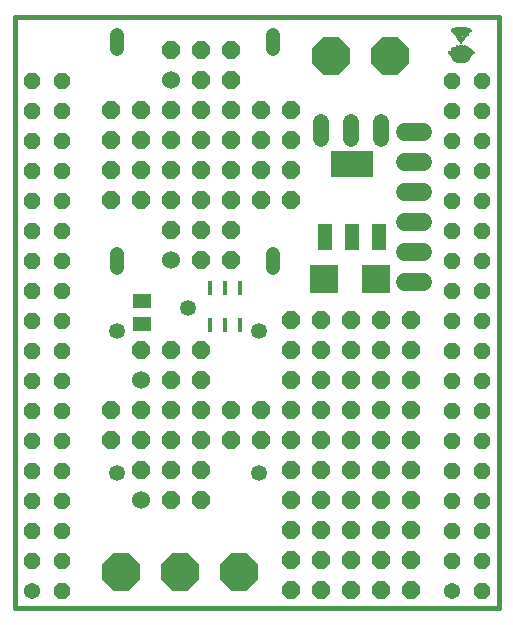
<source format=gbs>
G75*
%MOIN*%
%OFA0B0*%
%FSLAX24Y24*%
%IPPOS*%
%LPD*%
%AMOC8*
5,1,8,0,0,1.08239X$1,22.5*
%
%ADD10C,0.0160*%
%ADD11C,0.0540*%
%ADD12OC8,0.0540*%
%ADD13R,0.0312X0.0004*%
%ADD14R,0.0344X0.0004*%
%ADD15R,0.0368X0.0004*%
%ADD16R,0.0392X0.0004*%
%ADD17R,0.0408X0.0004*%
%ADD18R,0.0424X0.0004*%
%ADD19R,0.0432X0.0004*%
%ADD20R,0.0448X0.0004*%
%ADD21R,0.0456X0.0004*%
%ADD22R,0.0472X0.0004*%
%ADD23R,0.0480X0.0004*%
%ADD24R,0.0488X0.0004*%
%ADD25R,0.0496X0.0004*%
%ADD26R,0.0504X0.0004*%
%ADD27R,0.0512X0.0004*%
%ADD28R,0.0520X0.0004*%
%ADD29R,0.0528X0.0004*%
%ADD30R,0.0536X0.0004*%
%ADD31R,0.0536X0.0004*%
%ADD32R,0.0544X0.0004*%
%ADD33R,0.0552X0.0004*%
%ADD34R,0.0560X0.0004*%
%ADD35R,0.0560X0.0004*%
%ADD36R,0.0568X0.0004*%
%ADD37R,0.0576X0.0004*%
%ADD38R,0.0584X0.0004*%
%ADD39R,0.0592X0.0004*%
%ADD40R,0.0592X0.0004*%
%ADD41R,0.0600X0.0004*%
%ADD42R,0.0608X0.0004*%
%ADD43R,0.0608X0.0004*%
%ADD44R,0.0616X0.0004*%
%ADD45R,0.0624X0.0004*%
%ADD46R,0.0632X0.0004*%
%ADD47R,0.0632X0.0004*%
%ADD48R,0.0640X0.0004*%
%ADD49R,0.0648X0.0004*%
%ADD50R,0.0648X0.0004*%
%ADD51R,0.0656X0.0004*%
%ADD52R,0.0664X0.0004*%
%ADD53R,0.0664X0.0004*%
%ADD54R,0.0672X0.0004*%
%ADD55R,0.0680X0.0004*%
%ADD56R,0.0680X0.0004*%
%ADD57R,0.0688X0.0004*%
%ADD58R,0.0696X0.0004*%
%ADD59R,0.0700X0.0004*%
%ADD60R,0.0708X0.0004*%
%ADD61R,0.0716X0.0004*%
%ADD62R,0.0720X0.0004*%
%ADD63R,0.0720X0.0004*%
%ADD64R,0.0724X0.0004*%
%ADD65R,0.0808X0.0004*%
%ADD66R,0.0824X0.0004*%
%ADD67R,0.0832X0.0004*%
%ADD68R,0.0840X0.0004*%
%ADD69R,0.0848X0.0004*%
%ADD70R,0.0856X0.0004*%
%ADD71R,0.0860X0.0004*%
%ADD72R,0.0864X0.0004*%
%ADD73R,0.0864X0.0004*%
%ADD74R,0.0868X0.0004*%
%ADD75R,0.0872X0.0004*%
%ADD76R,0.0872X0.0004*%
%ADD77R,0.0860X0.0004*%
%ADD78R,0.0832X0.0004*%
%ADD79R,0.0824X0.0004*%
%ADD80R,0.0708X0.0004*%
%ADD81R,0.0712X0.0004*%
%ADD82R,0.0712X0.0004*%
%ADD83R,0.0700X0.0004*%
%ADD84R,0.0696X0.0004*%
%ADD85R,0.0692X0.0004*%
%ADD86R,0.0668X0.0004*%
%ADD87R,0.0660X0.0004*%
%ADD88R,0.0452X0.0004*%
%ADD89R,0.0188X0.0004*%
%ADD90R,0.0448X0.0004*%
%ADD91R,0.0440X0.0004*%
%ADD92R,0.0184X0.0004*%
%ADD93R,0.0432X0.0004*%
%ADD94R,0.0184X0.0004*%
%ADD95R,0.0424X0.0004*%
%ADD96R,0.0412X0.0004*%
%ADD97R,0.0128X0.0004*%
%ADD98R,0.0044X0.0004*%
%ADD99R,0.0400X0.0004*%
%ADD100R,0.0008X0.0004*%
%ADD101R,0.0388X0.0004*%
%ADD102R,0.0132X0.0004*%
%ADD103R,0.0360X0.0004*%
%ADD104R,0.0136X0.0004*%
%ADD105R,0.0340X0.0004*%
%ADD106R,0.0140X0.0004*%
%ADD107R,0.0328X0.0004*%
%ADD108R,0.0144X0.0004*%
%ADD109R,0.0324X0.0004*%
%ADD110R,0.0148X0.0004*%
%ADD111R,0.0320X0.0004*%
%ADD112R,0.0156X0.0004*%
%ADD113R,0.0316X0.0004*%
%ADD114R,0.0176X0.0004*%
%ADD115R,0.0080X0.0004*%
%ADD116R,0.0052X0.0004*%
%ADD117R,0.0380X0.0004*%
%ADD118R,0.0372X0.0004*%
%ADD119R,0.0356X0.0004*%
%ADD120R,0.0004X0.0004*%
%ADD121R,0.0308X0.0004*%
%ADD122R,0.0060X0.0004*%
%ADD123R,0.0240X0.0004*%
%ADD124R,0.0232X0.0004*%
%ADD125R,0.0044X0.0004*%
%ADD126R,0.0164X0.0004*%
%ADD127R,0.0056X0.0004*%
%ADD128R,0.0036X0.0004*%
%ADD129R,0.0156X0.0004*%
%ADD130R,0.0048X0.0004*%
%ADD131R,0.0024X0.0004*%
%ADD132R,0.0036X0.0004*%
%ADD133R,0.0016X0.0004*%
%ADD134R,0.0028X0.0004*%
%ADD135R,0.0012X0.0004*%
%ADD136R,0.0124X0.0004*%
%ADD137R,0.0108X0.0004*%
%ADD138R,0.0008X0.0004*%
%ADD139R,0.0092X0.0004*%
%ADD140R,0.0068X0.0004*%
%ADD141R,0.0008X0.0004*%
%ADD142R,0.0016X0.0004*%
%ADD143R,0.0024X0.0004*%
%ADD144R,0.0032X0.0004*%
%ADD145R,0.0032X0.0004*%
%ADD146R,0.0040X0.0004*%
%ADD147R,0.0056X0.0004*%
%ADD148R,0.0064X0.0004*%
%ADD149R,0.0072X0.0004*%
%ADD150R,0.0088X0.0004*%
%ADD151R,0.0096X0.0004*%
%ADD152R,0.0104X0.0004*%
%ADD153R,0.0112X0.0004*%
%ADD154R,0.0120X0.0004*%
%ADD155R,0.0124X0.0004*%
%ADD156R,0.0128X0.0004*%
%ADD157R,0.0144X0.0004*%
%ADD158R,0.0152X0.0004*%
%ADD159R,0.0152X0.0004*%
%ADD160R,0.0160X0.0004*%
%ADD161R,0.0168X0.0004*%
%ADD162R,0.0176X0.0004*%
%ADD163R,0.0184X0.0004*%
%ADD164R,0.0192X0.0004*%
%ADD165R,0.0200X0.0004*%
%ADD166R,0.0208X0.0004*%
%ADD167R,0.0216X0.0004*%
%ADD168R,0.0216X0.0004*%
%ADD169R,0.0224X0.0004*%
%ADD170R,0.0232X0.0004*%
%ADD171R,0.0240X0.0004*%
%ADD172R,0.0248X0.0004*%
%ADD173R,0.0256X0.0004*%
%ADD174R,0.0264X0.0004*%
%ADD175R,0.0272X0.0004*%
%ADD176R,0.0280X0.0004*%
%ADD177R,0.0288X0.0004*%
%ADD178R,0.0296X0.0004*%
%ADD179R,0.0304X0.0004*%
%ADD180R,0.0320X0.0004*%
%ADD181R,0.0328X0.0004*%
%ADD182R,0.0336X0.0004*%
%ADD183R,0.0336X0.0004*%
%ADD184R,0.0200X0.0004*%
%ADD185R,0.0128X0.0004*%
%ADD186R,0.0204X0.0004*%
%ADD187R,0.0216X0.0004*%
%ADD188R,0.0228X0.0004*%
%ADD189R,0.0416X0.0004*%
%ADD190R,0.0424X0.0004*%
%ADD191R,0.0428X0.0004*%
%ADD192R,0.0304X0.0004*%
%ADD193R,0.0180X0.0004*%
%ADD194R,0.0112X0.0004*%
%ADD195R,0.0176X0.0004*%
%ADD196R,0.0112X0.0004*%
%ADD197R,0.0132X0.0004*%
%ADD198R,0.0116X0.0004*%
%ADD199R,0.0332X0.0004*%
%ADD200R,0.0336X0.0004*%
%ADD201R,0.0480X0.0004*%
%ADD202R,0.0496X0.0004*%
%ADD203R,0.0512X0.0004*%
%ADD204R,0.0544X0.0004*%
%ADD205R,0.0208X0.0004*%
%ADD206R,0.0356X0.0004*%
%ADD207R,0.0208X0.0004*%
%ADD208R,0.0364X0.0004*%
%ADD209R,0.0212X0.0004*%
%ADD210R,0.0368X0.0004*%
%ADD211R,0.0220X0.0004*%
%ADD212R,0.0600X0.0004*%
%ADD213R,0.0356X0.0004*%
%ADD214R,0.0228X0.0004*%
%ADD215R,0.0236X0.0004*%
%ADD216R,0.0360X0.0004*%
%ADD217R,0.0368X0.0004*%
%ADD218R,0.0244X0.0004*%
%ADD219R,0.0252X0.0004*%
%ADD220R,0.0376X0.0004*%
%ADD221R,0.0672X0.0004*%
%ADD222R,0.0624X0.0004*%
%ADD223R,0.0596X0.0004*%
%ADD224R,0.0552X0.0004*%
%ADD225R,0.0456X0.0004*%
%ADD226R,0.0384X0.0004*%
%ADD227R,0.0352X0.0004*%
%ADD228R,0.0188X0.0004*%
%ADD229R,0.0108X0.0004*%
%ADD230OC8,0.1250*%
%ADD231C,0.0472*%
%ADD232C,0.0540*%
%ADD233C,0.0531*%
%ADD234R,0.0480X0.0880*%
%ADD235R,0.1417X0.0866*%
%ADD236OC8,0.0600*%
%ADD237C,0.0600*%
%ADD238R,0.0160X0.0480*%
%ADD239R,0.0591X0.0512*%
%ADD240R,0.0945X0.0945*%
%ADD241C,0.0600*%
D10*
X002057Y000848D02*
X018199Y000848D01*
X018199Y020533D01*
X002057Y020533D01*
X002057Y000848D01*
D11*
X002628Y001403D03*
X016628Y001403D03*
D12*
X016628Y002403D03*
X016628Y003403D03*
X016628Y004403D03*
X016628Y005403D03*
X016628Y006403D03*
X016628Y007403D03*
X016628Y008403D03*
X016628Y009403D03*
X016628Y010403D03*
X016628Y011403D03*
X016628Y012403D03*
X016628Y013403D03*
X016628Y014403D03*
X016628Y015403D03*
X016628Y016403D03*
X016628Y017403D03*
X016628Y018403D03*
X017628Y018403D03*
X017628Y017403D03*
X017628Y016403D03*
X017628Y015403D03*
X017628Y014403D03*
X017628Y013403D03*
X017628Y012403D03*
X017628Y011403D03*
X017628Y010403D03*
X017628Y009403D03*
X017628Y008403D03*
X017628Y007403D03*
X017628Y006403D03*
X017628Y005403D03*
X017628Y004403D03*
X017628Y003403D03*
X017628Y002403D03*
X017628Y001403D03*
X003628Y001403D03*
X003628Y002403D03*
X003628Y003403D03*
X003628Y004403D03*
X003628Y005403D03*
X003628Y006403D03*
X003628Y007403D03*
X003628Y008403D03*
X003628Y009403D03*
X003628Y010403D03*
X003628Y011403D03*
X003628Y012403D03*
X003628Y013403D03*
X003628Y014403D03*
X003628Y015403D03*
X003628Y016403D03*
X003628Y017403D03*
X003628Y018403D03*
X002628Y018403D03*
X002628Y017403D03*
X002628Y016403D03*
X002628Y015403D03*
X002628Y014403D03*
X002628Y013403D03*
X002628Y012403D03*
X002628Y011403D03*
X002628Y010403D03*
X002628Y009403D03*
X002628Y008403D03*
X002628Y007403D03*
X002628Y006403D03*
X002628Y005403D03*
X002628Y004403D03*
X002628Y003403D03*
X002628Y002403D03*
D13*
X016952Y019020D03*
X016948Y019532D03*
X016952Y019832D03*
X016952Y019836D03*
D14*
X016952Y019024D03*
D15*
X016952Y019028D03*
D16*
X016952Y019032D03*
X016976Y019516D03*
D17*
X016952Y019896D03*
X016952Y019900D03*
X016952Y020156D03*
X016952Y019036D03*
D18*
X016952Y019040D03*
D19*
X016952Y019044D03*
X016952Y019916D03*
X016952Y020152D03*
D20*
X016952Y019048D03*
D21*
X016952Y019052D03*
D22*
X016952Y019056D03*
D23*
X016952Y019060D03*
X016952Y020144D03*
D24*
X016952Y019952D03*
X016952Y019064D03*
D25*
X016952Y019068D03*
D26*
X016952Y019072D03*
X016952Y019964D03*
D27*
X016952Y020136D03*
X016952Y019076D03*
D28*
X016952Y019080D03*
X016952Y019972D03*
X016952Y019976D03*
D29*
X016952Y019980D03*
X016952Y019084D03*
D30*
X016952Y019088D03*
D31*
X016952Y019092D03*
X016952Y019984D03*
X016952Y020132D03*
D32*
X016952Y019992D03*
X016952Y019096D03*
D33*
X016952Y019100D03*
X016952Y019996D03*
D34*
X016952Y020000D03*
X016952Y019104D03*
D35*
X016952Y019108D03*
D36*
X016952Y019112D03*
X016952Y020004D03*
X016952Y020124D03*
D37*
X016952Y019120D03*
X016952Y019116D03*
D38*
X016952Y019124D03*
X016952Y020120D03*
D39*
X016952Y019128D03*
D40*
X016952Y019132D03*
D41*
X016952Y019136D03*
X016952Y019140D03*
D42*
X016952Y019144D03*
X016952Y020112D03*
D43*
X016952Y019148D03*
D44*
X016952Y019152D03*
X016952Y019156D03*
D45*
X016952Y019160D03*
X016952Y019164D03*
D46*
X016952Y019168D03*
D47*
X016952Y019172D03*
X016952Y020104D03*
D48*
X016952Y019180D03*
X016952Y019176D03*
D49*
X016952Y019184D03*
X016952Y019192D03*
X016952Y020100D03*
D50*
X016952Y019188D03*
D51*
X016952Y019196D03*
X016952Y019200D03*
X016952Y020064D03*
X016952Y020096D03*
D52*
X016952Y020092D03*
X016952Y020072D03*
X016952Y019204D03*
D53*
X016952Y019208D03*
X016952Y020068D03*
D54*
X016952Y020076D03*
X016948Y019444D03*
X016952Y019220D03*
X016952Y019216D03*
X016952Y019212D03*
D55*
X016952Y019224D03*
X016952Y019440D03*
X016952Y020080D03*
X016952Y020084D03*
D56*
X016952Y019228D03*
D57*
X016952Y019232D03*
X016952Y019236D03*
X016952Y019436D03*
D58*
X016952Y019244D03*
X016952Y019240D03*
D59*
X016950Y019248D03*
D60*
X016950Y019252D03*
X016950Y019256D03*
D61*
X016950Y019260D03*
X016950Y019264D03*
D62*
X016952Y019268D03*
D63*
X016952Y019272D03*
D64*
X016954Y019276D03*
D65*
X016952Y019280D03*
X016952Y019372D03*
D66*
X016952Y019284D03*
D67*
X016952Y019288D03*
D68*
X016952Y019292D03*
X016952Y019360D03*
D69*
X016952Y019356D03*
X016952Y019296D03*
D70*
X016952Y019300D03*
X016952Y019352D03*
D71*
X016954Y019304D03*
D72*
X016952Y019308D03*
D73*
X016952Y019312D03*
X016952Y019340D03*
X016952Y019344D03*
D74*
X016954Y019336D03*
X016954Y019320D03*
X016954Y019316D03*
D75*
X016952Y019324D03*
X016952Y019332D03*
D76*
X016952Y019328D03*
D77*
X016954Y019348D03*
D78*
X016952Y019364D03*
D79*
X016952Y019368D03*
D80*
X016962Y019404D03*
X016958Y019416D03*
D81*
X016960Y019408D03*
D82*
X016960Y019412D03*
D83*
X016958Y019420D03*
X016958Y019424D03*
D84*
X016956Y019428D03*
D85*
X016954Y019432D03*
D86*
X016946Y019448D03*
D87*
X016946Y019452D03*
X016946Y019456D03*
D88*
X016846Y019460D03*
D89*
X017178Y019476D03*
X017182Y019464D03*
X017182Y019460D03*
D90*
X016844Y019464D03*
D91*
X016844Y019468D03*
D92*
X017180Y019468D03*
D93*
X016844Y019472D03*
D94*
X017180Y019472D03*
D95*
X016840Y019476D03*
D96*
X016838Y019480D03*
D97*
X017140Y019484D03*
X017144Y019480D03*
X017060Y019856D03*
X017064Y019860D03*
D98*
X017250Y019480D03*
D99*
X016836Y019484D03*
X016952Y019892D03*
D100*
X016952Y019632D03*
X017268Y019484D03*
D101*
X016834Y019488D03*
D102*
X017134Y019488D03*
X016790Y019928D03*
D103*
X016840Y020016D03*
X016824Y019492D03*
D104*
X016952Y019560D03*
X016952Y019716D03*
X017072Y019876D03*
X017132Y019492D03*
D105*
X016818Y019496D03*
D106*
X017126Y019496D03*
X017074Y019880D03*
D107*
X016884Y019936D03*
X016820Y019500D03*
D108*
X017120Y019500D03*
D109*
X016822Y019504D03*
D110*
X016950Y019556D03*
X017114Y019504D03*
D111*
X016828Y019508D03*
X016952Y020168D03*
D112*
X017070Y019888D03*
X017106Y019508D03*
D113*
X016834Y019512D03*
D114*
X017088Y019512D03*
D115*
X016952Y019676D03*
X016952Y019680D03*
X016724Y019516D03*
D116*
X016726Y019520D03*
X016826Y019544D03*
D117*
X016974Y019520D03*
D118*
X016970Y019524D03*
D119*
X016966Y019528D03*
X016846Y020008D03*
D120*
X017118Y019532D03*
D121*
X016946Y019536D03*
D122*
X016826Y019540D03*
D123*
X016980Y019540D03*
X016952Y019784D03*
X016752Y020052D03*
X016952Y020176D03*
D124*
X016764Y020032D03*
X016760Y020036D03*
X016980Y019544D03*
D125*
X016822Y019548D03*
D126*
X016950Y019548D03*
D127*
X017064Y019548D03*
D128*
X016822Y019552D03*
D129*
X016950Y019552D03*
D130*
X016952Y019656D03*
X017068Y019552D03*
D131*
X016820Y019556D03*
D132*
X016950Y019580D03*
X017070Y019556D03*
D133*
X017076Y019564D03*
X016820Y019560D03*
D134*
X017074Y019560D03*
D135*
X016818Y019564D03*
D136*
X016950Y019564D03*
X016794Y019920D03*
X017126Y019944D03*
D137*
X016950Y019568D03*
D138*
X017080Y019568D03*
D139*
X016950Y019572D03*
D140*
X016950Y019576D03*
D141*
X016952Y019628D03*
D142*
X016952Y019636D03*
D143*
X016952Y019640D03*
D144*
X016952Y019644D03*
D145*
X016952Y019648D03*
D146*
X016952Y019652D03*
D147*
X016952Y019660D03*
X016952Y019664D03*
D148*
X016952Y019668D03*
D149*
X016952Y019672D03*
D150*
X016952Y019684D03*
D151*
X016952Y019688D03*
D152*
X016952Y019692D03*
X016952Y019696D03*
D153*
X016952Y019700D03*
D154*
X016952Y019704D03*
X017128Y019940D03*
D155*
X016950Y019708D03*
D156*
X016952Y019712D03*
X017068Y019864D03*
X017072Y019872D03*
X016792Y019924D03*
D157*
X016952Y019720D03*
X017072Y019884D03*
D158*
X016952Y019724D03*
D159*
X016952Y019728D03*
D160*
X016952Y019732D03*
D161*
X016952Y019736D03*
X016952Y019740D03*
D162*
X016952Y019744D03*
D163*
X016952Y019748D03*
D164*
X016952Y019752D03*
X016952Y019756D03*
D165*
X016952Y019760D03*
X016880Y019856D03*
X016876Y019860D03*
X016872Y019864D03*
D166*
X016868Y019876D03*
X016952Y019764D03*
D167*
X016952Y019768D03*
D168*
X016952Y019772D03*
D169*
X016952Y019776D03*
D170*
X016952Y019780D03*
X016756Y020044D03*
D171*
X016952Y019788D03*
D172*
X016952Y019792D03*
D173*
X016952Y019796D03*
D174*
X016952Y019800D03*
X016952Y019804D03*
D175*
X016952Y019808D03*
D176*
X016952Y019812D03*
X016952Y020172D03*
D177*
X016952Y019820D03*
X016952Y019816D03*
D178*
X016952Y019824D03*
D179*
X016952Y019828D03*
D180*
X016952Y019840D03*
D181*
X016952Y019844D03*
D182*
X016952Y019848D03*
D183*
X016952Y019852D03*
D184*
X016872Y019868D03*
D185*
X017068Y019868D03*
D186*
X017138Y020012D03*
X016870Y019872D03*
D187*
X016868Y019880D03*
X016868Y019884D03*
D188*
X016870Y019888D03*
D189*
X016952Y019904D03*
D190*
X016952Y019908D03*
D191*
X016954Y019912D03*
D192*
X017020Y019920D03*
D193*
X016962Y019924D03*
X016958Y019932D03*
D194*
X017120Y019924D03*
X017124Y019932D03*
D195*
X016960Y019928D03*
D196*
X017124Y019928D03*
D197*
X016790Y019932D03*
D198*
X017126Y019936D03*
D199*
X016882Y019940D03*
D200*
X016884Y019944D03*
D201*
X016952Y019948D03*
D202*
X016952Y019956D03*
X016952Y019960D03*
X016952Y020140D03*
D203*
X016952Y019968D03*
D204*
X016952Y019988D03*
D205*
X017132Y020008D03*
D206*
X017082Y020036D03*
X017082Y020040D03*
X016842Y020012D03*
D207*
X017140Y020016D03*
D208*
X016838Y020020D03*
D209*
X017142Y020020D03*
D210*
X016840Y020024D03*
D211*
X017138Y020024D03*
D212*
X016952Y020028D03*
D213*
X017078Y020032D03*
X017086Y020044D03*
D214*
X016758Y020040D03*
D215*
X016754Y020048D03*
D216*
X017088Y020048D03*
D217*
X017088Y020052D03*
X017088Y020056D03*
D218*
X016754Y020056D03*
D219*
X016754Y020060D03*
D220*
X017088Y020060D03*
D221*
X016952Y020088D03*
D222*
X016952Y020108D03*
D223*
X016954Y020116D03*
D224*
X016952Y020128D03*
D225*
X016952Y020148D03*
D226*
X016952Y020160D03*
D227*
X016952Y020164D03*
D228*
X016950Y020180D03*
D229*
X016954Y020184D03*
D230*
X014577Y019233D03*
X012608Y019233D03*
X009537Y002029D03*
X007569Y002029D03*
X005600Y002029D03*
D231*
X005473Y012178D02*
X005473Y012651D01*
X010673Y012651D02*
X010673Y012178D01*
X010673Y019478D02*
X010673Y019951D01*
X005473Y019951D02*
X005473Y019478D01*
D232*
X012258Y017023D02*
X012258Y016483D01*
X013258Y016483D02*
X013258Y017023D01*
X014258Y017023D02*
X014258Y016483D01*
D233*
X010199Y010056D03*
X007836Y010844D03*
X005474Y010056D03*
X005474Y005332D03*
X010199Y005332D03*
D234*
X012387Y013210D03*
X013297Y013210D03*
X014207Y013210D03*
D235*
X013297Y015650D03*
D236*
X011277Y015450D03*
X011277Y014450D03*
X010277Y014450D03*
X010277Y015450D03*
X009277Y015450D03*
X009277Y014450D03*
X009277Y013450D03*
X009277Y012450D03*
X008277Y012450D03*
X008277Y013450D03*
X007277Y013450D03*
X007277Y014450D03*
X007277Y015450D03*
X006277Y015450D03*
X006277Y014450D03*
X005277Y014450D03*
X005277Y015450D03*
X005277Y016450D03*
X005277Y017450D03*
X006277Y017450D03*
X006277Y016450D03*
X007277Y016450D03*
X007277Y017450D03*
X008277Y017450D03*
X008277Y016450D03*
X008277Y015450D03*
X008277Y014450D03*
X009277Y016450D03*
X009277Y017450D03*
X009277Y018450D03*
X009277Y019450D03*
X008277Y019450D03*
X008277Y018450D03*
X007277Y019450D03*
X010277Y017450D03*
X010277Y016450D03*
X011277Y016450D03*
X011277Y017450D03*
X011277Y010450D03*
X011277Y009450D03*
X011277Y008450D03*
X011277Y007450D03*
X010277Y007450D03*
X009277Y007450D03*
X009277Y006450D03*
X010277Y006450D03*
X011277Y006450D03*
X011277Y005450D03*
X011277Y004450D03*
X011277Y003450D03*
X011277Y002450D03*
X011277Y001450D03*
X012277Y001450D03*
X012277Y002450D03*
X012277Y003450D03*
X012277Y004450D03*
X012277Y005450D03*
X012277Y006450D03*
X012277Y007450D03*
X012277Y008450D03*
X012277Y009450D03*
X012277Y010450D03*
X013277Y010450D03*
X013277Y009450D03*
X013277Y008450D03*
X013277Y007450D03*
X013277Y006450D03*
X013277Y005450D03*
X013277Y004450D03*
X013277Y003450D03*
X013277Y002450D03*
X013277Y001450D03*
X014277Y001450D03*
X014277Y002450D03*
X014277Y003450D03*
X014277Y004450D03*
X014277Y005450D03*
X014277Y006450D03*
X014277Y007450D03*
X014277Y008450D03*
X014277Y009450D03*
X014277Y010450D03*
X015277Y010450D03*
X015277Y009450D03*
X015277Y008450D03*
X015277Y007450D03*
X015277Y006450D03*
X015277Y005450D03*
X015277Y004450D03*
X015277Y003450D03*
X015277Y002450D03*
X015277Y001450D03*
X008277Y004450D03*
X007277Y004450D03*
X007277Y005450D03*
X007277Y006450D03*
X006277Y006450D03*
X006277Y005450D03*
X005277Y006450D03*
X005277Y007450D03*
X006277Y007450D03*
X007277Y007450D03*
X007277Y008450D03*
X007277Y009450D03*
X006277Y009450D03*
X008277Y009450D03*
X008277Y008450D03*
X008277Y007450D03*
X008277Y006450D03*
X008277Y005450D03*
D237*
X006277Y004450D03*
X006277Y008450D03*
X007277Y012450D03*
X007277Y018450D03*
D238*
X008585Y011517D03*
X009085Y011517D03*
X009585Y011517D03*
X009585Y010257D03*
X009085Y010257D03*
X008585Y010257D03*
D239*
X006289Y010316D03*
X006289Y011064D03*
D240*
X012372Y011793D03*
X014104Y011793D03*
D241*
X015064Y011714D02*
X015664Y011714D01*
X015664Y012714D02*
X015064Y012714D01*
X015064Y013714D02*
X015664Y013714D01*
X015664Y014714D02*
X015064Y014714D01*
X015064Y015714D02*
X015664Y015714D01*
X015664Y016714D02*
X015064Y016714D01*
M02*

</source>
